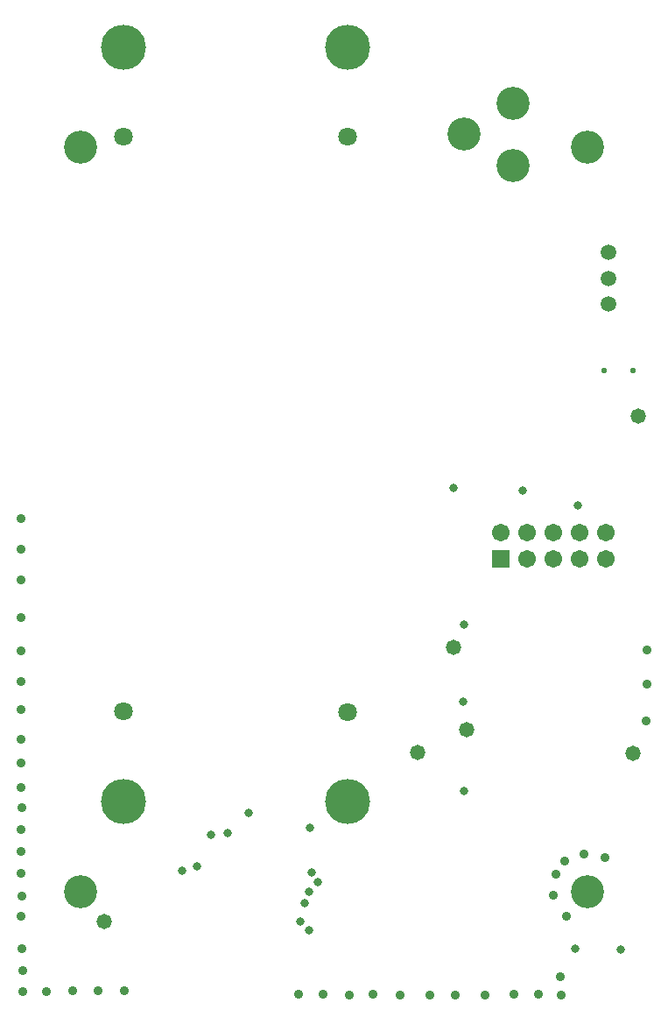
<source format=gbs>
G04*
G04 #@! TF.GenerationSoftware,Altium Limited,Altium Designer,19.1.7 (138)*
G04*
G04 Layer_Color=16711935*
%FSLAX25Y25*%
%MOIN*%
G70*
G01*
G75*
%ADD68C,0.07099*%
%ADD69C,0.17158*%
%ADD70C,0.06706*%
%ADD71R,0.06706X0.06706*%
%ADD72C,0.02276*%
%ADD73C,0.12611*%
%ADD74C,0.05918*%
%ADD75C,0.05800*%
%ADD76C,0.03200*%
%ADD77C,0.03556*%
D68*
X-80400Y132137D02*
D03*
Y-86800D02*
D03*
X4900Y131872D02*
D03*
Y-87065D02*
D03*
D69*
X-80400Y166172D02*
D03*
Y-120835D02*
D03*
X4900Y165908D02*
D03*
Y-121100D02*
D03*
D70*
X103100Y-18600D02*
D03*
Y-28600D02*
D03*
X93100Y-18600D02*
D03*
Y-28600D02*
D03*
X83100Y-18600D02*
D03*
Y-28600D02*
D03*
X73100Y-18600D02*
D03*
Y-28600D02*
D03*
X63100Y-18600D02*
D03*
D71*
Y-28600D02*
D03*
D72*
X102718Y43008D02*
D03*
X113545D02*
D03*
D73*
X67900Y121078D02*
D03*
Y144700D02*
D03*
X49396Y132889D02*
D03*
X-96606Y-155450D02*
D03*
X96268D02*
D03*
Y128050D02*
D03*
X-96606D02*
D03*
D74*
X104379Y87942D02*
D03*
Y78100D02*
D03*
Y68257D02*
D03*
D75*
X50200Y-93500D02*
D03*
X45200Y-62200D02*
D03*
X-87900Y-166700D02*
D03*
X31500Y-102400D02*
D03*
X113700Y-102500D02*
D03*
X115400Y25700D02*
D03*
D76*
X45300Y-1800D02*
D03*
X-58100Y-147400D02*
D03*
X71500Y-2800D02*
D03*
X-52600Y-145700D02*
D03*
X-11600Y-159600D02*
D03*
X-13000Y-166800D02*
D03*
X49300Y-117000D02*
D03*
X-8700Y-147900D02*
D03*
X-9900Y-155300D02*
D03*
Y-170000D02*
D03*
X-47200Y-133500D02*
D03*
X-32650Y-125400D02*
D03*
X-9500Y-131000D02*
D03*
X92600Y-8400D02*
D03*
X-40700Y-133100D02*
D03*
X49200Y-53700D02*
D03*
X-6500Y-151600D02*
D03*
X48900Y-82900D02*
D03*
X108800Y-177400D02*
D03*
X91600Y-176900D02*
D03*
D77*
X119000Y-63300D02*
D03*
X118900Y-76400D02*
D03*
X118700Y-90400D02*
D03*
X-119600Y-13200D02*
D03*
Y-25000D02*
D03*
Y-36500D02*
D03*
Y-51100D02*
D03*
X-119500Y-63600D02*
D03*
Y-75400D02*
D03*
X-119300Y-86100D02*
D03*
X102800Y-142200D02*
D03*
X95000Y-141100D02*
D03*
X87600Y-143500D02*
D03*
X84100Y-148700D02*
D03*
X83300Y-156800D02*
D03*
X88200Y-164800D02*
D03*
X86000Y-187500D02*
D03*
X86200Y-194500D02*
D03*
X77500Y-194300D02*
D03*
X68100Y-194400D02*
D03*
X57200Y-194500D02*
D03*
X45800Y-194600D02*
D03*
X36100Y-194500D02*
D03*
X25000D02*
D03*
X14600Y-194400D02*
D03*
X5600Y-194500D02*
D03*
X-4500Y-194400D02*
D03*
X-13900D02*
D03*
X-119400Y-97400D02*
D03*
Y-106200D02*
D03*
Y-115500D02*
D03*
X-119200Y-123400D02*
D03*
X-119500Y-131800D02*
D03*
Y-140000D02*
D03*
X-119300Y-148400D02*
D03*
X-119200Y-156900D02*
D03*
X-119400Y-164500D02*
D03*
X-119200Y-177100D02*
D03*
X-118900Y-185200D02*
D03*
X-118800Y-193200D02*
D03*
X-109900D02*
D03*
X-99900Y-193100D02*
D03*
X-90100D02*
D03*
X-80000D02*
D03*
M02*

</source>
